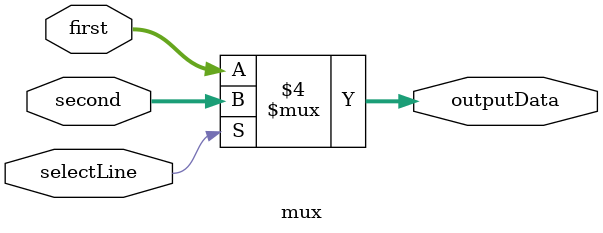
<source format=v>
`timescale 1ns / 1ps


module mux(first, second, selectLine, outputData);
input [0:7] first;
input [0:7] second; 
input selectLine; 
output reg [0:7] outputData;

always@(*)
begin
if(selectLine == 0)
begin
outputData <= first;
end
else
begin
outputData <= second;
end
end

//assign outData=(selectLine)?second:first;
endmodule

</source>
